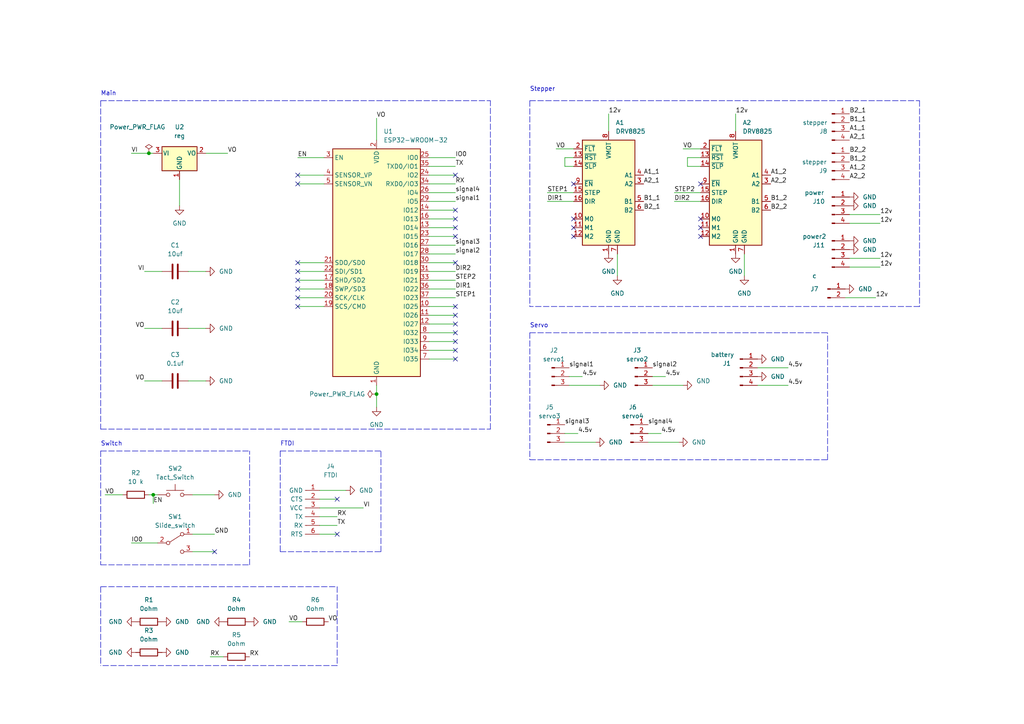
<source format=kicad_sch>
(kicad_sch (version 20211123) (generator eeschema)
  (paper "A4")
  (lib_symbols
    (symbol "Driver_Motor:Pololu_Breakout_DRV8825"
      (property "Reference" "A" (at -2.54 16.51 0))
      (property "Value" "Pololu_Breakout_DRV8825" (at -2.54 13.97 0))
      (symbol "Pololu_Breakout_DRV8825_0_1"
        (rectangle (start 7.62 -17.78) (end -7.62 12.7) (stroke (width 0.254)) (fill (type background)))
      )
      (symbol "Pololu_Breakout_DRV8825_1_1"
        (pin power_in line (at 0 -20.32 90) (length 2.54) (name "GND") (number "1"))
        (pin input line (at -10.16 -10.16 0) (length 2.54) (name "M0") (number "10"))
        (pin input line (at -10.16 -12.7 0) (length 2.54) (name "M1") (number "11"))
        (pin input line (at -10.16 -15.24 0) (length 2.54) (name "M2") (number "12"))
        (pin input line (at -10.16 7.62 0) (length 2.54) (name "~{RST}") (number "13"))
        (pin input line (at -10.16 5.08 0) (length 2.54) (name "~{SLP}") (number "14"))
        (pin input line (at -10.16 -2.54 0) (length 2.54) (name "STEP") (number "15"))
        (pin input line (at -10.16 -5.08 0) (length 2.54) (name "DIR") (number "16"))
        (pin output line (at -10.16 10.16 0) (length 2.54) (name "~{FLT}") (number "2"))
        (pin output line (at 10.16 0 180) (length 2.54) (name "A2") (number "3"))
        (pin output line (at 10.16 2.54 180) (length 2.54) (name "A1") (number "4"))
        (pin output line (at 10.16 -5.08 180) (length 2.54) (name "B1") (number "5"))
        (pin output line (at 10.16 -7.62 180) (length 2.54) (name "B2") (number "6"))
        (pin power_in line (at 2.54 -20.32 90) (length 2.54) (name "GND") (number "7"))
        (pin power_in line (at 0 15.24 270) (length 2.54) (name "VMOT") (number "8"))
        (pin input line (at -10.16 0 0) (length 2.54) (name "~{EN}") (number "9"))
      )
    )
    (symbol "RF_Module:ESP32-WROOM-32"
      (property "Reference" "U" (at -12.7 34.29 0))
      (property "Value" "ESP32-WROOM-32" (at 1.27 34.29 0))
      (symbol "ESP32-WROOM-32_0_1"
        (rectangle (start -12.7 33.02) (end 12.7 -33.02) (stroke (width 0.254)) (fill (type background)))
      )
      (symbol "ESP32-WROOM-32_1_1"
        (pin power_in line (at 0 -35.56 90) (length 2.54) (name "GND") (number "1"))
        (pin bidirectional line (at 15.24 -12.7 180) (length 2.54) (name "IO25") (number "10"))
        (pin bidirectional line (at 15.24 -15.24 180) (length 2.54) (name "IO26") (number "11"))
        (pin bidirectional line (at 15.24 -17.78 180) (length 2.54) (name "IO27") (number "12"))
        (pin bidirectional line (at 15.24 10.16 180) (length 2.54) (name "IO14") (number "13"))
        (pin bidirectional line (at 15.24 15.24 180) (length 2.54) (name "IO12") (number "14"))
        (pin passive line (at 0 -35.56 90) (length 2.54) hide (name "GND") (number "15"))
        (pin bidirectional line (at 15.24 12.7 180) (length 2.54) (name "IO13") (number "16"))
        (pin bidirectional line (at -15.24 -5.08 0) (length 2.54) (name "SHD/SD2") (number "17"))
        (pin bidirectional line (at -15.24 -7.62 0) (length 2.54) (name "SWP/SD3") (number "18"))
        (pin bidirectional line (at -15.24 -12.7 0) (length 2.54) (name "SCS/CMD") (number "19"))
        (pin power_in line (at 0 35.56 270) (length 2.54) (name "VDD") (number "2"))
        (pin bidirectional line (at -15.24 -10.16 0) (length 2.54) (name "SCK/CLK") (number "20"))
        (pin bidirectional line (at -15.24 0 0) (length 2.54) (name "SDO/SD0") (number "21"))
        (pin bidirectional line (at -15.24 -2.54 0) (length 2.54) (name "SDI/SD1") (number "22"))
        (pin bidirectional line (at 15.24 7.62 180) (length 2.54) (name "IO15") (number "23"))
        (pin bidirectional line (at 15.24 25.4 180) (length 2.54) (name "IO2") (number "24"))
        (pin bidirectional line (at 15.24 30.48 180) (length 2.54) (name "IO0") (number "25"))
        (pin bidirectional line (at 15.24 20.32 180) (length 2.54) (name "IO4") (number "26"))
        (pin bidirectional line (at 15.24 5.08 180) (length 2.54) (name "IO16") (number "27"))
        (pin bidirectional line (at 15.24 2.54 180) (length 2.54) (name "IO17") (number "28"))
        (pin bidirectional line (at 15.24 17.78 180) (length 2.54) (name "IO5") (number "29"))
        (pin input line (at -15.24 30.48 0) (length 2.54) (name "EN") (number "3"))
        (pin bidirectional line (at 15.24 0 180) (length 2.54) (name "IO18") (number "30"))
        (pin bidirectional line (at 15.24 -2.54 180) (length 2.54) (name "IO19") (number "31"))
        (pin no_connect line (at -12.7 -27.94 0) (length 2.54) hide (name "NC") (number "32"))
        (pin bidirectional line (at 15.24 -5.08 180) (length 2.54) (name "IO21") (number "33"))
        (pin bidirectional line (at 15.24 22.86 180) (length 2.54) (name "RXD0/IO3") (number "34"))
        (pin bidirectional line (at 15.24 27.94 180) (length 2.54) (name "TXD0/IO1") (number "35"))
        (pin bidirectional line (at 15.24 -7.62 180) (length 2.54) (name "IO22") (number "36"))
        (pin bidirectional line (at 15.24 -10.16 180) (length 2.54) (name "IO23") (number "37"))
        (pin passive line (at 0 -35.56 90) (length 2.54) hide (name "GND") (number "38"))
        (pin passive line (at 0 -35.56 90) (length 2.54) hide (name "GND") (number "39"))
        (pin input line (at -15.24 25.4 0) (length 2.54) (name "SENSOR_VP") (number "4"))
        (pin input line (at -15.24 22.86 0) (length 2.54) (name "SENSOR_VN") (number "5"))
        (pin input line (at 15.24 -25.4 180) (length 2.54) (name "IO34") (number "6"))
        (pin input line (at 15.24 -27.94 180) (length 2.54) (name "IO35") (number "7"))
        (pin bidirectional line (at 15.24 -20.32 180) (length 2.54) (name "IO32") (number "8"))
        (pin bidirectional line (at 15.24 -22.86 180) (length 2.54) (name "IO33") (number "9"))
      )
    )
    (symbol "fab:BUTTON_B3SN" (pin_numbers hide) (pin_names (offset 1.016) hide)
      (property "Reference" "SW" (at 1.27 2.54 0))
      (property "Value" "BUTTON_B3SN" (at 0 -1.524 0))
      (symbol "BUTTON_B3SN_0_1"
        (circle (center -2.032 0) (radius 0.508))
        (polyline (pts (xy 0 1.27) (xy 0 3.048)))
        (polyline (pts (xy 2.54 1.27) (xy -2.54 1.27)))
        (circle (center 2.032 0) (radius 0.508))
        (pin passive line (at -5.08 0 0) (length 2.54) (name "1") (number "1"))
        (pin passive line (at 5.08 0 180) (length 2.54) (name "2") (number "2"))
      )
    )
    (symbol "fab:C" (pin_numbers hide) (pin_names (offset 0.254))
      (property "Reference" "C" (at 0.635 2.54 0))
      (property "Value" "C" (at 0.635 -2.54 0))
      (symbol "C_0_1"
        (polyline (pts (xy -2.032 -0.762) (xy 2.032 -0.762)) (stroke (width 0.508)))
        (polyline (pts (xy -2.032 0.762) (xy 2.032 0.762)) (stroke (width 0.508)))
      )
      (symbol "C_1_1"
        (pin passive line (at 0 3.81 270) (length 2.794) (name "~") (number "1"))
        (pin passive line (at 0 -3.81 90) (length 2.794) (name "~") (number "2"))
      )
    )
    (symbol "fab:Conn_PinHeader_1x02_P2.54mm_Vertical_THT_D1mm" (pin_names (offset 1.016) hide)
      (property "Reference" "J" (at 0 2.54 0))
      (property "Value" "Conn_PinHeader_1x02_P2.54mm_Vertical_THT_D1mm" (at 0 -5.08 0))
      (symbol "Conn_PinHeader_1x02_P2.54mm_Vertical_THT_D1mm_1_1"
        (polyline (pts (xy 1.27 -2.54) (xy 0.8636 -2.54)) (stroke (width 0.1524)))
        (polyline (pts (xy 1.27 0) (xy 0.8636 0)) (stroke (width 0.1524)))
        (rectangle (start 0.8636 -2.413) (end 0 -2.667) (stroke (width 0.1524)) (fill (type outline)))
        (rectangle (start 0.8636 0.127) (end 0 -0.127) (stroke (width 0.1524)) (fill (type outline)))
        (pin passive line (at 5.08 0 180) (length 3.81) (name "Pin_1") (number "1"))
        (pin passive line (at 5.08 -2.54 180) (length 3.81) (name "Pin_2") (number "2"))
      )
    )
    (symbol "fab:Conn_PinHeader_1x03_P2.54mm_Horizontal_SMD" (pin_names (offset 1.016) hide)
      (property "Reference" "J" (at 0 5.08 0))
      (property "Value" "Conn_PinHeader_1x03_P2.54mm_Horizontal_SMD" (at 0 -5.08 0))
      (symbol "Conn_PinHeader_1x03_P2.54mm_Horizontal_SMD_1_1"
        (polyline (pts (xy 1.27 -2.54) (xy 0.8636 -2.54)) (stroke (width 0.1524)))
        (polyline (pts (xy 1.27 0) (xy 0.8636 0)) (stroke (width 0.1524)))
        (polyline (pts (xy 1.27 2.54) (xy 0.8636 2.54)) (stroke (width 0.1524)))
        (rectangle (start 0.8636 -2.413) (end 0 -2.667) (stroke (width 0.1524)) (fill (type outline)))
        (rectangle (start 0.8636 0.127) (end 0 -0.127) (stroke (width 0.1524)) (fill (type outline)))
        (rectangle (start 0.8636 2.667) (end 0 2.413) (stroke (width 0.1524)) (fill (type outline)))
        (pin passive line (at 5.08 2.54 180) (length 3.81) (name "Pin_1") (number "1"))
        (pin passive line (at 5.08 0 180) (length 3.81) (name "Pin_2") (number "2"))
        (pin passive line (at 5.08 -2.54 180) (length 3.81) (name "Pin_3") (number "3"))
      )
    )
    (symbol "fab:Conn_PinHeader_1x04_P2.54mm_Horizontal_SMD" (pin_names (offset 1.016) hide)
      (property "Reference" "J" (at 0 5.08 0))
      (property "Value" "Conn_PinHeader_1x04_P2.54mm_Horizontal_SMD" (at 0 -7.62 0))
      (symbol "Conn_PinHeader_1x04_P2.54mm_Horizontal_SMD_1_1"
        (polyline (pts (xy 1.27 -5.08) (xy 0.8636 -5.08)) (stroke (width 0.1524)))
        (polyline (pts (xy 1.27 -2.54) (xy 0.8636 -2.54)) (stroke (width 0.1524)))
        (polyline (pts (xy 1.27 0) (xy 0.8636 0)) (stroke (width 0.1524)))
        (polyline (pts (xy 1.27 2.54) (xy 0.8636 2.54)) (stroke (width 0.1524)))
        (rectangle (start 0.8636 -4.953) (end 0 -5.207) (stroke (width 0.1524)) (fill (type outline)))
        (rectangle (start 0.8636 -2.413) (end 0 -2.667) (stroke (width 0.1524)) (fill (type outline)))
        (rectangle (start 0.8636 0.127) (end 0 -0.127) (stroke (width 0.1524)) (fill (type outline)))
        (rectangle (start 0.8636 2.667) (end 0 2.413) (stroke (width 0.1524)) (fill (type outline)))
        (pin passive line (at 5.08 2.54 180) (length 3.81) (name "Pin_1") (number "1"))
        (pin passive line (at 5.08 0 180) (length 3.81) (name "Pin_2") (number "2"))
        (pin passive line (at 5.08 -2.54 180) (length 3.81) (name "Pin_3") (number "3"))
        (pin passive line (at 5.08 -5.08 180) (length 3.81) (name "Pin_4") (number "4"))
      )
    )
    (symbol "fab:Conn_PinHeader_1x04_P2.54mm_Vertical_THT_D1mm" (pin_names (offset 1.016) hide)
      (property "Reference" "J" (at 0 5.08 0))
      (property "Value" "Conn_PinHeader_1x04_P2.54mm_Vertical_THT_D1mm" (at 0 -7.62 0))
      (symbol "Conn_PinHeader_1x04_P2.54mm_Vertical_THT_D1mm_1_1"
        (polyline (pts (xy 1.27 -5.08) (xy 0.8636 -5.08)) (stroke (width 0.1524)))
        (polyline (pts (xy 1.27 -2.54) (xy 0.8636 -2.54)) (stroke (width 0.1524)))
        (polyline (pts (xy 1.27 0) (xy 0.8636 0)) (stroke (width 0.1524)))
        (polyline (pts (xy 1.27 2.54) (xy 0.8636 2.54)) (stroke (width 0.1524)))
        (rectangle (start 0.8636 -4.953) (end 0 -5.207) (stroke (width 0.1524)) (fill (type outline)))
        (rectangle (start 0.8636 -2.413) (end 0 -2.667) (stroke (width 0.1524)) (fill (type outline)))
        (rectangle (start 0.8636 0.127) (end 0 -0.127) (stroke (width 0.1524)) (fill (type outline)))
        (rectangle (start 0.8636 2.667) (end 0 2.413) (stroke (width 0.1524)) (fill (type outline)))
        (pin passive line (at 5.08 2.54 180) (length 3.81) (name "Pin_1") (number "1"))
        (pin passive line (at 5.08 0 180) (length 3.81) (name "Pin_2") (number "2"))
        (pin passive line (at 5.08 -2.54 180) (length 3.81) (name "Pin_3") (number "3"))
        (pin passive line (at 5.08 -5.08 180) (length 3.81) (name "Pin_4") (number "4"))
      )
    )
    (symbol "fab:Conn_PinHeader_FTDI_1x06_P2.54mm_Horizontal_SMD" (pin_names (offset 1.016))
      (property "Reference" "J" (at 0 7.62 0))
      (property "Value" "Conn_PinHeader_FTDI_1x06_P2.54mm_Horizontal_SMD" (at 0 -10.16 0))
      (symbol "Conn_PinHeader_FTDI_1x06_P2.54mm_Horizontal_SMD_1_1"
        (polyline (pts (xy 1.27 -7.62) (xy 0.8636 -7.62)) (stroke (width 0.1524)))
        (polyline (pts (xy 1.27 -5.08) (xy 0.8636 -5.08)) (stroke (width 0.1524)))
        (polyline (pts (xy 1.27 -2.54) (xy 0.8636 -2.54)) (stroke (width 0.1524)))
        (polyline (pts (xy 1.27 0) (xy 0.8636 0)) (stroke (width 0.1524)))
        (polyline (pts (xy 1.27 2.54) (xy 0.8636 2.54)) (stroke (width 0.1524)))
        (polyline (pts (xy 1.27 5.08) (xy 0.8636 5.08)) (stroke (width 0.1524)))
        (pin passive line (at 5.08 5.08 180) (length 3.81) (name "GND") (number "1"))
        (pin passive line (at 5.08 2.54 180) (length 3.81) (name "CTS") (number "2"))
        (pin passive line (at 5.08 0 180) (length 3.81) (name "VCC") (number "3"))
        (pin passive line (at 5.08 -2.54 180) (length 3.81) (name "TX") (number "4"))
        (pin passive line (at 5.08 -5.08 180) (length 3.81) (name "RX") (number "5"))
        (pin passive line (at 5.08 -7.62 180) (length 3.81) (name "RTS") (number "6"))
      )
    )
    (symbol "fab:Power_PWR_FLAG" (power) (pin_numbers hide) (pin_names (offset 0) hide)
      (property "Value" "Power_PWR_FLAG" (at 0 3.81 0))
      (symbol "Power_PWR_FLAG_0_0"
        (pin power_out line (at 0 0 90) (length 0) (name "pwr") (number "1"))
      )
      (symbol "Power_PWR_FLAG_0_1"
        (polyline (pts (xy 0 0) (xy 0 1.27) (xy -1.016 1.905) (xy 0 2.54) (xy 1.016 1.905) (xy 0 1.27)))
      )
    )
    (symbol "fab:R" (pin_numbers hide) (pin_names (offset 0))
      (property "Reference" "R" (at 2.032 0 90))
      (property "Value" "R" (at 0 0 90))
      (symbol "R_0_1"
        (rectangle (start -1.016 -2.54) (end 1.016 2.54) (stroke (width 0.254)))
      )
      (symbol "R_1_1"
        (pin passive line (at 0 3.81 270) (length 1.27) (name "~") (number "1"))
        (pin passive line (at 0 -3.81 90) (length 1.27) (name "~") (number "2"))
      )
    )
    (symbol "fab:Regulator_Linear_ZLDO1117-3.3V-1A" (pin_names (offset 0.254))
      (property "Reference" "U" (at -3.81 3.175 0))
      (property "Value" "Regulator_Linear_ZLDO1117-3.3V-1A" (at 0 3.175 0))
      (symbol "Regulator_Linear_ZLDO1117-3.3V-1A_0_1"
        (rectangle (start -5.08 -5.08) (end 5.08 1.905) (stroke (width 0.254)) (fill (type background)))
      )
      (symbol "Regulator_Linear_ZLDO1117-3.3V-1A_1_1"
        (pin power_in line (at 0 -7.62 90) (length 2.54) (name "GND") (number "1"))
        (pin power_out line (at 7.62 0 180) (length 2.54) (name "VO") (number "2"))
        (pin power_in line (at -7.62 0 0) (length 2.54) (name "VI") (number "3"))
      )
    )
    (symbol "fab:SWITCH_AYZ0102AGRLC" (pin_names (offset 0) hide)
      (property "Reference" "SW" (at 0 4.318 0))
      (property "Value" "SWITCH_AYZ0102AGRLC" (at 0 -5.08 0))
      (symbol "SWITCH_AYZ0102AGRLC_0_0"
        (circle (center -2.032 0) (radius 0.508))
        (circle (center 2.032 -2.54) (radius 0.508))
      )
      (symbol "SWITCH_AYZ0102AGRLC_0_1"
        (polyline (pts (xy -1.524 0.254) (xy 1.651 2.286)))
        (circle (center 2.032 2.54) (radius 0.508))
      )
      (symbol "SWITCH_AYZ0102AGRLC_1_1"
        (pin passive line (at 5.08 2.54 180) (length 2.54) (name "A") (number "1"))
        (pin passive line (at -5.08 0 0) (length 2.54) (name "B") (number "2"))
        (pin passive line (at 5.08 -2.54 180) (length 2.54) (name "C") (number "3"))
      )
    )
    (symbol "power:GND" (power) (pin_names (offset 0))
      (property "Value" "GND" (at 0 -3.81 0))
      (symbol "GND_0_1"
        (polyline (pts (xy 0 0) (xy 0 -1.27) (xy 1.27 -1.27) (xy 0 -2.54) (xy -1.27 -1.27) (xy 0 -1.27)))
      )
      (symbol "GND_1_1"
        (pin power_in line (at 0 0 270) (length 0) hide (name "GND") (number "1"))
      )
    )
  )
  (junction (at 109.22 114.3))
  (junction (at 44.45 143.51))
  (junction (at 43.18 44.45))
  (no_connect (at 86.36 86.36))
  (no_connect (at 86.36 88.9))
  (no_connect (at 86.36 76.2))
  (no_connect (at 86.36 78.74))
  (no_connect (at 86.36 81.28))
  (no_connect (at 86.36 83.82))
  (no_connect (at 132.08 63.5))
  (no_connect (at 132.08 76.2))
  (no_connect (at 62.23 160.02))
  (no_connect (at 97.79 154.94))
  (no_connect (at 97.79 144.78))
  (no_connect (at 132.08 50.8))
  (no_connect (at 132.08 68.58))
  (no_connect (at 166.37 68.58))
  (no_connect (at 166.37 66.04))
  (no_connect (at 166.37 63.5))
  (no_connect (at 166.37 53.34))
  (no_connect (at 203.2 66.04))
  (no_connect (at 203.2 63.5))
  (no_connect (at 203.2 68.58))
  (no_connect (at 203.2 53.34))
  (no_connect (at 132.08 99.06))
  (no_connect (at 132.08 96.52))
  (no_connect (at 132.08 60.96))
  (no_connect (at 132.08 104.14))
  (no_connect (at 132.08 101.6))
  (no_connect (at 86.36 53.34))
  (no_connect (at 86.36 50.8))
  (no_connect (at 132.08 66.04))
  (no_connect (at 132.08 88.9))
  (no_connect (at 132.08 93.98))
  (no_connect (at 132.08 91.44))
  (wire (pts (xy 124.46 48.26) (xy 132.08 48.26)))
  (wire (pts (xy 59.69 78.74) (xy 54.61 78.74)))
  (wire (pts (xy 246.38 64.77) (xy 255.27 64.77)))
  (wire (pts (xy 195.58 58.42) (xy 203.2 58.42)))
  (wire (pts (xy 124.46 55.88) (xy 132.08 55.88)))
  (wire (pts (xy 86.36 45.72) (xy 93.98 45.72)))
  (wire (pts (xy 86.36 88.9) (xy 93.98 88.9)))
  (wire (pts (xy 55.88 160.02) (xy 62.23 160.02)))
  (wire (pts (xy 215.9 80.01) (xy 215.9 73.66)))
  (wire (pts (xy 246.38 77.47) (xy 255.27 77.47)))
  (wire (pts (xy 124.46 53.34) (xy 132.08 53.34)))
  (wire (pts (xy 124.46 88.9) (xy 132.08 88.9)))
  (wire (pts (xy 203.2 45.72) (xy 199.39 45.72)))
  (polyline (pts (xy 142.24 124.46) (xy 142.24 29.21)))
  (wire (pts (xy 86.36 81.28) (xy 93.98 81.28)))
  (wire (pts (xy 124.46 71.12) (xy 132.08 71.12)))
  (polyline (pts (xy 72.39 163.83) (xy 72.39 130.81)))
  (wire (pts (xy 124.46 104.14) (xy 132.08 104.14)))
  (polyline (pts (xy 240.03 133.35) (xy 240.03 96.52)))
  (polyline (pts (xy 153.67 29.21) (xy 153.67 88.9)))
  (wire (pts (xy 158.75 58.42) (xy 166.37 58.42)))
  (polyline (pts (xy 29.21 124.46) (xy 142.24 124.46)))
  (wire (pts (xy 86.36 76.2) (xy 93.98 76.2)))
  (wire (pts (xy 246.38 62.23) (xy 255.27 62.23)))
  (wire (pts (xy 86.36 86.36) (xy 93.98 86.36)))
  (wire (pts (xy 124.46 66.04) (xy 132.08 66.04)))
  (wire (pts (xy 92.71 154.94) (xy 97.79 154.94)))
  (polyline (pts (xy 153.67 133.35) (xy 240.03 133.35)))
  (wire (pts (xy 92.71 152.4) (xy 97.79 152.4)))
  (wire (pts (xy 86.36 53.34) (xy 93.98 53.34)))
  (wire (pts (xy 124.46 68.58) (xy 132.08 68.58)))
  (wire (pts (xy 124.46 58.42) (xy 132.08 58.42)))
  (polyline (pts (xy 29.21 130.81) (xy 29.21 163.83)))
  (wire (pts (xy 124.46 86.36) (xy 132.08 86.36)))
  (wire (pts (xy 83.82 180.34) (xy 87.63 180.34)))
  (wire (pts (xy 41.91 95.25) (xy 46.99 95.25)))
  (polyline (pts (xy 266.7 88.9) (xy 153.67 88.9)))
  (polyline (pts (xy 29.21 29.21) (xy 142.24 29.21)))
  (wire (pts (xy 124.46 60.96) (xy 132.08 60.96)))
  (wire (pts (xy 109.22 114.3) (xy 109.22 111.76)))
  (wire (pts (xy 92.71 149.86) (xy 97.79 149.86)))
  (wire (pts (xy 44.45 143.51) (xy 44.45 146.05)))
  (polyline (pts (xy 29.21 130.81) (xy 72.39 130.81)))
  (wire (pts (xy 166.37 45.72) (xy 163.83 45.72)))
  (wire (pts (xy 213.36 33.02) (xy 213.36 38.1)))
  (polyline (pts (xy 81.28 130.81) (xy 110.49 130.81)))
  (wire (pts (xy 52.07 52.07) (xy 52.07 59.69)))
  (wire (pts (xy 124.46 99.06) (xy 132.08 99.06)))
  (wire (pts (xy 124.46 101.6) (xy 132.08 101.6)))
  (wire (pts (xy 124.46 91.44) (xy 132.08 91.44)))
  (wire (pts (xy 124.46 76.2) (xy 132.08 76.2)))
  (polyline (pts (xy 81.28 160.02) (xy 110.49 160.02)))
  (wire (pts (xy 124.46 93.98) (xy 132.08 93.98)))
  (wire (pts (xy 228.6 111.76) (xy 219.71 111.76)))
  (wire (pts (xy 254 86.36) (xy 245.11 86.36)))
  (wire (pts (xy 176.53 33.02) (xy 176.53 38.1)))
  (wire (pts (xy 124.46 78.74) (xy 132.08 78.74)))
  (wire (pts (xy 193.04 109.22) (xy 189.23 109.22)))
  (polyline (pts (xy 29.21 170.18) (xy 97.79 170.18)))
  (polyline (pts (xy 97.79 170.18) (xy 97.79 193.04)))
  (polyline (pts (xy 29.21 163.83) (xy 72.39 163.83)))
  (wire (pts (xy 163.83 48.26) (xy 166.37 48.26)))
  (polyline (pts (xy 81.28 130.81) (xy 81.28 160.02)))
  (wire (pts (xy 195.58 55.88) (xy 203.2 55.88)))
  (wire (pts (xy 168.91 109.22) (xy 165.1 109.22)))
  (wire (pts (xy 199.39 48.26) (xy 203.2 48.26)))
  (wire (pts (xy 92.71 147.32) (xy 105.41 147.32)))
  (polyline (pts (xy 153.67 96.52) (xy 240.03 96.52)))
  (wire (pts (xy 43.18 44.45) (xy 44.45 44.45)))
  (wire (pts (xy 59.69 95.25) (xy 54.61 95.25)))
  (wire (pts (xy 124.46 96.52) (xy 132.08 96.52)))
  (polyline (pts (xy 110.49 160.02) (xy 110.49 130.81)))
  (wire (pts (xy 55.88 143.51) (xy 62.23 143.51)))
  (wire (pts (xy 124.46 83.82) (xy 132.08 83.82)))
  (polyline (pts (xy 97.79 193.04) (xy 29.21 193.04)))
  (wire (pts (xy 59.69 44.45) (xy 66.04 44.45)))
  (wire (pts (xy 86.36 50.8) (xy 93.98 50.8)))
  (polyline (pts (xy 266.7 29.21) (xy 266.7 88.9)))
  (wire (pts (xy 196.85 128.27) (xy 187.96 128.27)))
  (wire (pts (xy 109.22 34.29) (xy 109.22 40.64)))
  (wire (pts (xy 179.07 80.01) (xy 179.07 73.66)))
  (wire (pts (xy 124.46 50.8) (xy 132.08 50.8)))
  (wire (pts (xy 86.36 78.74) (xy 93.98 78.74)))
  (wire (pts (xy 44.45 143.51) (xy 45.72 143.51)))
  (wire (pts (xy 124.46 63.5) (xy 132.08 63.5)))
  (wire (pts (xy 246.38 74.93) (xy 255.27 74.93)))
  (wire (pts (xy 158.75 55.88) (xy 166.37 55.88)))
  (wire (pts (xy 41.91 110.49) (xy 46.99 110.49)))
  (wire (pts (xy 199.39 45.72) (xy 199.39 48.26)))
  (wire (pts (xy 109.22 118.11) (xy 109.22 114.3)))
  (wire (pts (xy 228.6 106.68) (xy 219.71 106.68)))
  (polyline (pts (xy 29.21 170.18) (xy 29.21 193.04)))
  (wire (pts (xy 62.23 154.94) (xy 55.88 154.94)))
  (wire (pts (xy 124.46 73.66) (xy 132.08 73.66)))
  (wire (pts (xy 38.1 157.48) (xy 45.72 157.48)))
  (wire (pts (xy 86.36 83.82) (xy 93.98 83.82)))
  (wire (pts (xy 163.83 45.72) (xy 163.83 48.26)))
  (wire (pts (xy 43.18 143.51) (xy 44.45 143.51)))
  (wire (pts (xy 173.99 111.76) (xy 165.1 111.76)))
  (wire (pts (xy 92.71 142.24) (xy 100.33 142.24)))
  (wire (pts (xy 124.46 45.72) (xy 132.08 45.72)))
  (wire (pts (xy 38.1 44.45) (xy 43.18 44.45)))
  (polyline (pts (xy 29.21 29.21) (xy 29.21 124.46)))
  (wire (pts (xy 59.69 110.49) (xy 54.61 110.49)))
  (wire (pts (xy 60.96 190.5) (xy 64.77 190.5)))
  (wire (pts (xy 172.72 128.27) (xy 163.83 128.27)))
  (wire (pts (xy 161.29 43.18) (xy 166.37 43.18)))
  (wire (pts (xy 41.91 78.74) (xy 46.99 78.74)))
  (wire (pts (xy 92.71 144.78) (xy 97.79 144.78)))
  (wire (pts (xy 167.64 125.73) (xy 163.83 125.73)))
  (wire (pts (xy 198.12 43.18) (xy 203.2 43.18)))
  (wire (pts (xy 30.48 143.51) (xy 35.56 143.51)))
  (polyline (pts (xy 153.67 96.52) (xy 153.67 133.35)))
  (wire (pts (xy 198.12 111.76) (xy 189.23 111.76)))
  (wire (pts (xy 124.46 81.28) (xy 132.08 81.28)))
  (polyline (pts (xy 153.67 29.21) (xy 266.7 29.21)))
  (wire (pts (xy 191.77 125.73) (xy 187.96 125.73)))
  (text "Main" (at 29.21 27.94 0) (effects (font (size 1.27 1.27)) (justify left bottom)))
  (text "FTDI" (at 81.28 129.54 0) (effects (font (size 1.27 1.27)) (justify left bottom)))
  (text "Switch" (at 29.21 129.54 0) (effects (font (size 1.27 1.27)) (justify left bottom)))
  (text "Servo\n" (at 153.67 95.25 0) (effects (font (size 1.27 1.27)) (justify left bottom)))
  (text "Stepper" (at 153.67 26.67 0) (effects (font (size 1.27 1.27)) (justify left bottom)))
  (label "VO" (at 66.04 44.45 0))
  (label "12v" (at 213.36 33.02 0))
  (label "12v" (at 255.27 77.47 0))
  (label "VO" (at 95.25 180.34 0))
  (label "B1_2" (at 223.52 58.42 0))
  (label "4.5v" (at 191.77 125.73 0))
  (label "12v" (at 255.27 74.93 0))
  (label "STEP1" (at 132.08 86.36 0))
  (label "RX" (at 60.96 190.5 0))
  (label "12v" (at 255.27 62.23 0))
  (label "12v" (at 254 86.36 0))
  (label "A1_2" (at 246.38 49.53 0))
  (label "STEP2" (at 132.08 81.28 0))
  (label "VO" (at 161.29 43.18 0))
  (label "EN" (at 86.36 45.72 0))
  (label "signal2" (at 189.23 106.68 0))
  (label "VO" (at 198.12 43.18 0))
  (label "4.5v" (at 167.64 125.73 0))
  (label "signal3" (at 132.08 71.12 0))
  (label "B2_1" (at 246.38 33.02 0))
  (label "4.5v" (at 193.04 109.22 0))
  (label "STEP2" (at 195.58 55.88 0))
  (label "IO0" (at 38.1 157.48 0))
  (label "RX" (at 97.79 149.86 0))
  (label "B1_1" (at 246.38 35.56 0))
  (label "DIR2" (at 132.08 78.74 0))
  (label "12v" (at 176.53 33.02 0))
  (label "B2_2" (at 246.38 44.45 0))
  (label "12v" (at 255.27 64.77 0))
  (label "VO" (at 41.91 110.49 180))
  (label "VI" (at 41.91 78.74 180))
  (label "A2_2" (at 223.52 53.34 0))
  (label "STEP1" (at 158.75 55.88 0))
  (label "IO0" (at 132.08 45.72 0))
  (label "signal1" (at 165.1 106.68 0))
  (label "A1_2" (at 223.52 50.8 0))
  (label "4.5v" (at 228.6 111.76 0))
  (label "VI" (at 38.1 44.45 0))
  (label "VI" (at 105.41 147.32 0))
  (label "A2_1" (at 246.38 40.64 0))
  (label "4.5v" (at 228.6 106.68 0))
  (label "VO" (at 30.48 143.51 0))
  (label "EN" (at 44.45 146.05 0))
  (label "B1_1" (at 186.69 58.42 0))
  (label "A1_1" (at 246.38 38.1 0))
  (label "A2_2" (at 246.38 52.07 0))
  (label "VO" (at 83.82 180.34 0))
  (label "signal2" (at 132.08 73.66 0))
  (label "GND" (at 62.23 154.94 0))
  (label "DIR2" (at 195.58 58.42 0))
  (label "DIR1" (at 132.08 83.82 0))
  (label "4.5v" (at 168.91 109.22 0))
  (label "VO" (at 41.91 95.25 180))
  (label "signal3" (at 163.83 123.19 0))
  (label "B2_2" (at 223.52 60.96 0))
  (label "RX" (at 132.08 53.34 0))
  (label "B1_2" (at 246.38 46.99 0))
  (label "signal4" (at 187.96 123.19 0))
  (label "TX" (at 132.08 48.26 0))
  (label "A1_1" (at 186.69 50.8 0))
  (label "signal4" (at 132.08 55.88 0))
  (label "signal1" (at 132.08 58.42 0))
  (label "A2_1" (at 186.69 53.34 0))
  (label "DIR1" (at 158.75 58.42 0))
  (label "B2_1" (at 186.69 60.96 0))
  (label "TX" (at 97.79 152.4 0))
  (label "RX" (at 72.39 190.5 0))
  (label "VO" (at 109.22 34.29 0))
  (symbol (lib_id "fab:SWITCH_AYZ0102AGRLC") (at 50.8 157.48 0) (unit 1)
    (property "Reference" "SW1" (at 50.8 149.86 0))
    (property "Value" "Slide_switch" (at 50.8 152.4 0))
    (property "Footprint" "fab:Switch_SPDT_C&K_AYZ0102AGRLC_7.2x3mm_P2.5mm" (effects hide))
    (property "Datasheet" "https://www.ckswitches.com/media/1431/ayz.pdf" (effects hide))
  )
  (symbol (lib_id "power:GND") (at 246.38 69.85 90) (unit 1)
    (property "Reference" "#PWR0119" (effects hide))
    (property "Value" "GND" (at 250.19 69.8499 90) (effects (justify right)))
  )
  (symbol (lib_id "power:GND") (at 173.99 111.76 90) (unit 1)
    (property "Reference" "#PWR0114" (effects hide))
    (property "Value" "GND" (at 177.8 111.7599 90) (effects (justify right)))
  )
  (symbol (lib_id "fab:R") (at 68.58 180.34 90) (unit 1)
    (property "Reference" "R4" (at 68.58 173.99 90))
    (property "Value" "0ohm" (at 68.58 176.53 90))
    (property "Footprint" "fab:R_1206" (effects hide))
  )
  (symbol (lib_id "fab:Conn_PinHeader_1x03_P2.54mm_Horizontal_SMD") (at 184.15 109.22 0) (unit 1)
    (property "Reference" "J3" (at 184.785 101.6 0))
    (property "Value" "servo2" (at 184.785 104.14 0))
    (property "Footprint" "fab:PinHeader_1x03_P2.54mm_Horizontal_SMD" (effects hide))
  )
  (symbol (lib_id "power:GND") (at 59.69 110.49 90) (unit 1)
    (property "Reference" "#PWR0108" (effects hide))
    (property "Value" "GND" (at 63.5 110.4899 90) (effects (justify right)))
  )
  (symbol (lib_id "power:GND") (at 59.69 95.25 90) (unit 1)
    (property "Reference" "#PWR0106" (effects hide))
    (property "Value" "GND" (at 63.5 95.2499 90) (effects (justify right)))
  )
  (symbol (lib_id "power:GND") (at 219.71 109.22 90) (unit 1)
    (property "Reference" "#PWR0111" (effects hide))
    (property "Value" "GND" (at 223.52 109.2199 90) (effects (justify right)))
  )
  (symbol (lib_id "fab:C") (at 50.8 78.74 90) (unit 1)
    (property "Reference" "C1" (at 50.8 71.12 90))
    (property "Value" "10uf" (at 50.8 73.66 90))
    (property "Footprint" "fab:C_1206" (effects hide))
  )
  (symbol (lib_id "power:GND") (at 46.99 180.34 90) (unit 1)
    (property "Reference" "#PWR0125" (effects hide))
    (property "Value" "GND" (at 50.8 180.3399 90) (effects (justify right)))
  )
  (symbol (lib_id "fab:Power_PWR_FLAG") (at 109.22 114.3 90) (unit 1)
    (property "Reference" "#FLG02" (effects hide))
    (property "Value" "Power_PWR_FLAG" (at 97.79 114.3 90))
  )
  (symbol (lib_id "fab:Conn_PinHeader_1x03_P2.54mm_Horizontal_SMD") (at 182.88 125.73 0) (unit 1)
    (property "Reference" "J6" (at 183.515 118.11 0))
    (property "Value" "servo4" (at 183.515 120.65 0))
    (property "Footprint" "fab:PinHeader_1x03_P2.54mm_Horizontal_SMD" (effects hide))
  )
  (symbol (lib_id "fab:Conn_PinHeader_1x04_P2.54mm_Vertical_THT_D1mm") (at 241.3 59.69 0) (unit 1)
    (property "Reference" "J10" (at 237.49 58.42 0))
    (property "Value" "power" (at 236.22 55.88 0))
    (property "Footprint" "fab:PinHeader_1x04_P2.54mm_Vertical_THT_D1mm" (effects hide))
  )
  (symbol (lib_id "power:GND") (at 39.37 189.23 270) (unit 1)
    (property "Reference" "#PWR0128" (effects hide))
    (property "Value" "GND" (at 35.56 189.2299 90) (effects (justify right)))
  )
  (symbol (lib_id "fab:Conn_PinHeader_1x03_P2.54mm_Horizontal_SMD") (at 158.75 125.73 0) (unit 1)
    (property "Reference" "J5" (at 159.385 118.11 0))
    (property "Value" "servo3" (at 159.385 120.65 0))
    (property "Footprint" "fab:PinHeader_1x03_P2.54mm_Horizontal_SMD" (effects hide))
  )
  (symbol (lib_id "fab:BUTTON_B3SN") (at 50.8 143.51 0) (unit 1)
    (property "Reference" "SW2" (at 50.8 135.89 0))
    (property "Value" "Tact_Switch" (at 50.8 138.43 0))
    (property "Footprint" "fab:Button_Omron_B3SN_6x6mm" (effects hide))
    (property "Datasheet" "https://omronfs.omron.com/en_US/ecb/products/pdf/en-b3sn.pdf" (effects hide))
  )
  (symbol (lib_id "power:GND") (at 246.38 72.39 90) (unit 1)
    (property "Reference" "#PWR0121" (effects hide))
    (property "Value" "GND" (at 250.19 72.3899 90) (effects (justify right)))
  )
  (symbol (lib_id "power:GND") (at 172.72 128.27 90) (unit 1)
    (property "Reference" "#PWR0117" (effects hide))
    (property "Value" "GND" (at 176.53 128.2699 90) (effects (justify right)))
  )
  (symbol (lib_id "power:GND") (at 64.77 180.34 270) (unit 1)
    (property "Reference" "#PWR0124" (effects hide))
    (property "Value" "GND" (at 60.96 180.3399 90) (effects (justify right)))
  )
  (symbol (lib_id "fab:R") (at 43.18 180.34 90) (unit 1)
    (property "Reference" "R1" (at 43.18 173.99 90))
    (property "Value" "0ohm" (at 43.18 176.53 90))
    (property "Footprint" "fab:R_1206" (effects hide))
  )
  (symbol (lib_id "fab:C") (at 50.8 110.49 90) (unit 1)
    (property "Reference" "C3" (at 50.8 102.87 90))
    (property "Value" "0.1uf" (at 50.8 105.41 90))
    (property "Footprint" "fab:C_1206" (effects hide))
  )
  (symbol (lib_id "fab:Conn_PinHeader_1x02_P2.54mm_Vertical_THT_D1mm") (at 240.03 83.82 0) (unit 1)
    (property "Reference" "J7" (at 236.22 83.82 0))
    (property "Value" "c" (at 236.22 80.01 0))
    (property "Footprint" "fab:PinHeader_1x02_P2.54mm_Vertical_THT_D1mm" (effects hide))
  )
  (symbol (lib_id "RF_Module:ESP32-WROOM-32") (at 109.22 76.2 0) (unit 1)
    (property "Reference" "U1" (at 111.2394 38.1 0) (effects (justify left)))
    (property "Value" "ESP32-WROOM-32" (at 111.2394 40.64 0) (effects (justify left)))
    (property "Footprint" "RF_Module:ESP32-WROOM-32" (effects hide))
    (property "Datasheet" "https://www.espressif.com/sites/default/files/documentation/esp32-wroom-32_datasheet_en.pdf" (effects hide))
  )
  (symbol (lib_id "fab:R") (at 68.58 190.5 90) (unit 1)
    (property "Reference" "R5" (at 68.58 184.15 90))
    (property "Value" "0ohm" (at 68.58 186.69 90))
    (property "Footprint" "fab:R_1206" (effects hide))
  )
  (symbol (lib_id "power:GND") (at 100.33 142.24 90) (unit 1)
    (property "Reference" "#PWR0105" (effects hide))
    (property "Value" "GND" (at 104.14 142.2399 90) (effects (justify right)))
  )
  (symbol (lib_id "power:GND") (at 245.11 83.82 90) (unit 1)
    (property "Reference" "#PWR0122" (effects hide))
    (property "Value" "GND" (at 248.92 83.8199 90) (effects (justify right)))
  )
  (symbol (lib_id "fab:C") (at 50.8 95.25 90) (unit 1)
    (property "Reference" "C2" (at 50.8 87.63 90))
    (property "Value" "10uf" (at 50.8 90.17 90))
    (property "Footprint" "fab:C_1206" (effects hide))
  )
  (symbol (lib_id "fab:Power_PWR_FLAG") (at 43.18 44.45 0) (unit 1)
    (property "Reference" "#FLG0101" (effects hide))
    (property "Value" "Power_PWR_FLAG" (at 31.75 36.83 0) (effects (justify left)))
  )
  (symbol (lib_id "power:GND") (at 176.53 73.66 0) (unit 1)
    (property "Reference" "#PWR0102" (effects hide))
    (property "Value" "GND" (at 176.53 78.74 0))
  )
  (symbol (lib_id "power:GND") (at 198.12 111.76 90) (unit 1)
    (property "Reference" "#PWR0118" (effects hide))
    (property "Value" "GND" (at 201.93 110.49 90) (effects (justify right)))
  )
  (symbol (lib_id "fab:Conn_PinHeader_1x04_P2.54mm_Horizontal_SMD") (at 241.3 35.56 0) (unit 1)
    (property "Reference" "J8" (at 240.03 38.1001 0) (effects (justify right)))
    (property "Value" "stepper" (at 240.03 35.5601 0) (effects (justify right)))
    (property "Footprint" "fab:PinHeader_1x04_P2.54mm_Horizontal_SMD" (effects hide))
  )
  (symbol (lib_id "fab:Conn_PinHeader_1x04_P2.54mm_Vertical_THT_D1mm") (at 241.3 72.39 0) (unit 1)
    (property "Reference" "J11" (at 237.49 71.12 0))
    (property "Value" "power2" (at 236.22 68.58 0))
    (property "Footprint" "fab:PinHeader_1x04_P2.54mm_Vertical_THT_D1mm" (effects hide))
  )
  (symbol (lib_id "power:GND") (at 62.23 143.51 90) (unit 1)
    (property "Reference" "#PWR0103" (effects hide))
    (property "Value" "GND" (at 66.04 143.5099 90) (effects (justify right)))
  )
  (symbol (lib_id "Driver_Motor:Pololu_Breakout_DRV8825") (at 176.53 53.34 0) (unit 1)
    (property "Reference" "A1" (at 178.5494 35.56 0) (effects (justify left)))
    (property "Value" "DRV8825" (at 178.5494 38.1 0) (effects (justify left)))
    (property "Footprint" "Module:Pololu_Breakout-16_15.2x20.3mm" (effects hide))
    (property "Datasheet" "https://www.pololu.com/product/2982" (effects hide))
  )
  (symbol (lib_id "power:GND") (at 215.9 80.01 0) (unit 1)
    (property "Reference" "#PWR0113" (effects hide))
    (property "Value" "GND" (at 215.9 85.09 0))
  )
  (symbol (lib_id "fab:R") (at 39.37 143.51 90) (unit 1)
    (property "Reference" "R2" (at 39.37 137.16 90))
    (property "Value" "10 k" (at 39.37 139.7 90))
    (property "Footprint" "fab:R_1206" (effects hide))
  )
  (symbol (lib_id "power:GND") (at 59.69 78.74 90) (unit 1)
    (property "Reference" "#PWR0107" (effects hide))
    (property "Value" "GND" (at 63.5 78.74 90) (effects (justify right)))
  )
  (symbol (lib_id "fab:Conn_PinHeader_FTDI_1x06_P2.54mm_Horizontal_SMD") (at 87.63 147.32 0) (unit 1)
    (property "Reference" "J4" (at 95.885 135.255 0))
    (property "Value" "FTDI" (at 95.885 137.795 0))
    (property "Footprint" "fab:PinHeader_FTDI_01x06_P2.54mm_Horizontal_SMD" (effects hide))
  )
  (symbol (lib_id "power:GND") (at 246.38 57.15 90) (unit 1)
    (property "Reference" "#PWR0115" (effects hide))
    (property "Value" "GND" (at 250.19 57.1499 90) (effects (justify right)))
  )
  (symbol (lib_id "power:GND") (at 219.71 104.14 90) (unit 1)
    (property "Reference" "#PWR0110" (effects hide))
    (property "Value" "GND" (at 223.52 104.1399 90) (effects (justify right)))
  )
  (symbol (lib_id "fab:R") (at 43.18 189.23 90) (unit 1)
    (property "Reference" "R3" (at 43.18 182.88 90))
    (property "Value" "0ohm" (at 43.18 185.42 90))
    (property "Footprint" "fab:R_1206" (effects hide))
  )
  (symbol (lib_id "fab:Conn_PinHeader_1x04_P2.54mm_Horizontal_SMD") (at 241.3 46.99 0) (unit 1)
    (property "Reference" "J9" (at 238.76 49.53 0))
    (property "Value" "stepper" (at 236.22 46.99 0))
    (property "Footprint" "fab:PinHeader_1x04_P2.54mm_Horizontal_SMD" (effects hide))
  )
  (symbol (lib_id "power:GND") (at 52.07 59.69 0) (unit 1)
    (property "Reference" "#PWR0109" (effects hide))
    (property "Value" "GND" (at 52.07 64.77 0))
  )
  (symbol (lib_id "power:GND") (at 213.36 73.66 0) (unit 1)
    (property "Reference" "#PWR0112" (effects hide))
    (property "Value" "GND" (at 213.36 78.74 0))
  )
  (symbol (lib_id "power:GND") (at 179.07 80.01 0) (unit 1)
    (property "Reference" "#PWR0104" (effects hide))
    (property "Value" "GND" (at 179.07 85.09 0))
  )
  (symbol (lib_id "power:GND") (at 39.37 180.34 270) (unit 1)
    (property "Reference" "#PWR0126" (effects hide))
    (property "Value" "GND" (at 35.56 180.3399 90) (effects (justify right)))
  )
  (symbol (lib_id "fab:Regulator_Linear_ZLDO1117-3.3V-1A") (at 52.07 44.45 0) (unit 1)
    (property "Reference" "U2" (at 52.07 36.83 0))
    (property "Value" "reg" (at 52.07 39.37 0))
    (property "Footprint" "fab:SOT-223-3_TabPin2" (effects hide))
    (property "Datasheet" "http://www.diodes.com/datasheets/AP1117.pdf" (effects hide))
  )
  (symbol (lib_id "fab:Conn_PinHeader_1x04_P2.54mm_Vertical_THT_D1mm") (at 214.63 106.68 0) (unit 1)
    (property "Reference" "J1" (at 210.82 105.41 0))
    (property "Value" "battery" (at 209.55 102.87 0))
    (property "Footprint" "fab:PinHeader_1x04_P2.54mm_Vertical_THT_D1mm" (effects hide))
  )
  (symbol (lib_id "fab:Conn_PinHeader_1x03_P2.54mm_Horizontal_SMD") (at 160.02 109.22 0) (unit 1)
    (property "Reference" "J2" (at 160.655 101.6 0))
    (property "Value" "servo1" (at 160.655 104.14 0))
    (property "Footprint" "fab:PinHeader_1x03_P2.54mm_Horizontal_SMD" (effects hide))
  )
  (symbol (lib_id "fab:R") (at 91.44 180.34 90) (unit 1)
    (property "Reference" "R6" (at 91.44 173.99 90))
    (property "Value" "0ohm" (at 91.44 176.53 90))
    (property "Footprint" "fab:R_1206" (effects hide))
  )
  (symbol (lib_id "power:GND") (at 46.99 189.23 90) (unit 1)
    (property "Reference" "#PWR0127" (effects hide))
    (property "Value" "GND" (at 50.8 189.2299 90) (effects (justify right)))
  )
  (symbol (lib_id "power:GND") (at 196.85 128.27 90) (unit 1)
    (property "Reference" "#PWR0120" (effects hide))
    (property "Value" "GND" (at 200.66 128.2699 90) (effects (justify right)))
  )
  (symbol (lib_id "Driver_Motor:Pololu_Breakout_DRV8825") (at 213.36 53.34 0) (unit 1)
    (property "Reference" "A2" (at 215.3794 35.56 0) (effects (justify left)))
    (property "Value" "DRV8825" (at 215.3794 38.1 0) (effects (justify left)))
    (property "Footprint" "Module:Pololu_Breakout-16_15.2x20.3mm" (effects hide))
    (property "Datasheet" "https://www.pololu.com/product/2982" (effects hide))
  )
  (symbol (lib_id "power:GND") (at 246.38 59.69 90) (unit 1)
    (property "Reference" "#PWR0116" (effects hide))
    (property "Value" "GND" (at 250.19 59.6899 90) (effects (justify right)))
  )
  (symbol (lib_id "power:GND") (at 72.39 180.34 90) (unit 1)
    (property "Reference" "#PWR0123" (effects hide))
    (property "Value" "GND" (at 76.2 180.3399 90) (effects (justify right)))
  )
  (symbol (lib_id "power:GND") (at 109.22 118.11 0) (unit 1)
    (property "Reference" "#PWR0101" (effects hide))
    (property "Value" "GND" (at 109.22 123.19 0))
  )
)
</source>
